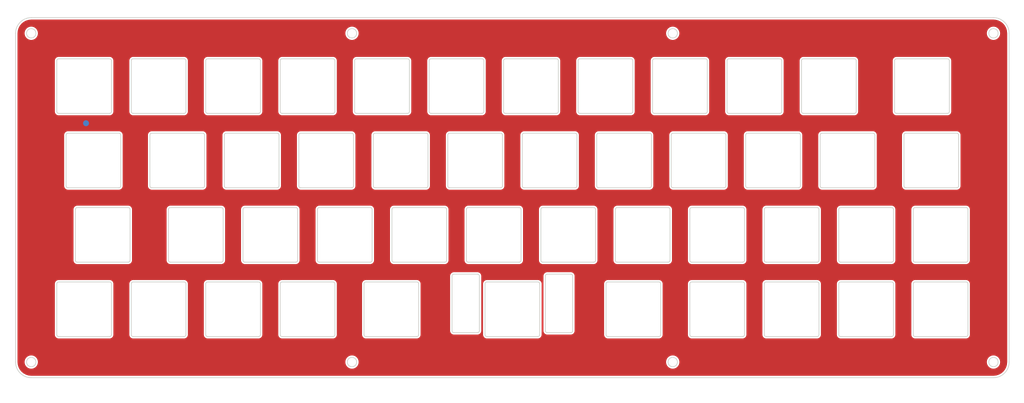
<source format=kicad_pcb>
(kicad_pcb (version 20171130) (host pcbnew "(5.0.0)")
  (layers (0 F.Cu signal) (31 B.Cu signal) (34 B.Paste user) (35 F.Paste user) (36 B.SilkS user) (37 F.SilkS user) (38 B.Mask user) (39 F.Mask user) (44 Edge.Cuts user))
  (net 0 "")
  (net 1 GND)
  (module locallib:Outline (layer F.Cu) (at 19.84375 112.7125)
    (fp_text reference J1)
    (fp_text value Outline)
    (fp_line (start 153.924 -43.688) (end 166.924 -43.688) (layer Edge.Cuts) (width 0.2))
    (fp_line (start 67.699 -11.138) (end 67.699 -24.138) (layer Edge.Cuts) (width 0.2))
    (fp_arc (start 68.199 -68.288) (end 67.699 -68.288) (angle -90) (layer Edge.Cuts) (width 0.2))
    (fp_line (start 67.699 -81.288) (end 67.699 -68.288) (layer Edge.Cuts) (width 0.2))
    (fp_arc (start 166.924 -43.188) (end 167.424 -43.188) (angle -90) (layer Edge.Cuts) (width 0.2))
    (fp_arc (start 185.974 -30.188) (end 185.974 -29.688) (angle -90) (layer Edge.Cuts) (width 0.2))
    (fp_arc (start 68.199 -11.138) (end 67.699 -11.138) (angle -90) (layer Edge.Cuts) (width 0.2))
    (fp_line (start 185.974 -29.688) (end 172.974 -29.688) (layer Edge.Cuts) (width 0.2))
    (fp_arc (start 172.974 -30.188) (end 172.474 -30.188) (angle -90) (layer Edge.Cuts) (width 0.2))
    (fp_line (start 172.474 -30.188) (end 172.474 -43.188) (layer Edge.Cuts) (width 0.2))
    (fp_line (start 81.199 -10.638) (end 68.199 -10.638) (layer Edge.Cuts) (width 0.2))
    (fp_arc (start 172.974 -43.188) (end 172.974 -43.688) (angle -90) (layer Edge.Cuts) (width 0.2))
    (fp_line (start 172.974 -43.688) (end 185.974 -43.688) (layer Edge.Cuts) (width 0.2))
    (fp_arc (start 185.974 -43.188) (end 186.474 -43.188) (angle -90) (layer Edge.Cuts) (width 0.2))
    (fp_line (start 186.474 -43.188) (end 186.474 -30.188) (layer Edge.Cuts) (width 0.2))
    (fp_circle (center 86.065667 -4.113) (end 84.865667 -4.113) (layer Edge.Cuts) (width 0.2))
    (fp_arc (start 81.199 -68.288) (end 81.199 -67.788) (angle -90) (layer Edge.Cuts) (width 0.2))
    (fp_line (start 68.199 -67.788) (end 81.199 -67.788) (layer Edge.Cuts) (width 0.2))
    (fp_line (start 81.699 -68.288) (end 81.699 -81.288) (layer Edge.Cuts) (width 0.2))
    (fp_arc (start 81.199 -81.288) (end 81.699 -81.288) (angle -90) (layer Edge.Cuts) (width 0.2))
    (fp_line (start 81.199 -81.788) (end 68.199 -81.788) (layer Edge.Cuts) (width 0.2))
    (fp_arc (start 68.199 -81.288) (end 68.199 -81.788) (angle -90) (layer Edge.Cuts) (width 0.2))
    (fp_arc (start 153.924 -43.188) (end 153.924 -43.688) (angle -90) (layer Edge.Cuts) (width 0.2))
    (fp_line (start 211.074 -43.688) (end 224.074 -43.688) (layer Edge.Cuts) (width 0.2))
    (fp_arc (start 211.074 -30.188) (end 210.574 -30.188) (angle -90) (layer Edge.Cuts) (width 0.2))
    (fp_arc (start 136.0245 -12.138) (end 135.5245 -12.138) (angle -90) (layer Edge.Cuts) (width 0.2))
    (fp_arc (start 142.0245 -26.138) (end 142.5245 -26.138) (angle -90) (layer Edge.Cuts) (width 0.2))
    (fp_line (start 142.5245 -26.138) (end 142.5245 -12.138) (layer Edge.Cuts) (width 0.2))
    (fp_line (start 210.574 -30.188) (end 210.574 -43.188) (layer Edge.Cuts) (width 0.2))
    (fp_arc (start 224.074 -43.188) (end 224.574 -43.188) (angle -90) (layer Edge.Cuts) (width 0.2))
    (fp_arc (start 224.074 -30.188) (end 224.074 -29.688) (angle -90) (layer Edge.Cuts) (width 0.2))
    (fp_line (start 224.074 -29.688) (end 211.074 -29.688) (layer Edge.Cuts) (width 0.2))
    (fp_line (start 224.574 -43.188) (end 224.574 -30.188) (layer Edge.Cuts) (width 0.2))
    (fp_line (start 135.5245 -12.138) (end 135.5245 -26.138) (layer Edge.Cuts) (width 0.2))
    (fp_line (start 136.0245 -26.638) (end 142.0245 -26.638) (layer Edge.Cuts) (width 0.2))
    (fp_arc (start 92.0115 -62.238) (end 92.0115 -62.738) (angle -90) (layer Edge.Cuts) (width 0.2))
    (fp_arc (start 136.0245 -26.138) (end 136.0245 -26.638) (angle -90) (layer Edge.Cuts) (width 0.2))
    (fp_line (start 92.0115 -62.738) (end 105.0115 -62.738) (layer Edge.Cuts) (width 0.2))
    (fp_arc (start 92.0115 -49.238) (end 91.5115 -49.238) (angle -90) (layer Edge.Cuts) (width 0.2))
    (fp_arc (start 211.074 -43.188) (end 211.074 -43.688) (angle -90) (layer Edge.Cuts) (width 0.2))
    (fp_line (start 105.5115 -62.238) (end 105.5115 -49.238) (layer Edge.Cuts) (width 0.2))
    (fp_arc (start 105.0115 -49.238) (end 105.0115 -48.738) (angle -90) (layer Edge.Cuts) (width 0.2))
    (fp_line (start 142.0245 -11.638) (end 136.0245 -11.638) (layer Edge.Cuts) (width 0.2))
    (fp_line (start 105.0115 -48.738) (end 92.0115 -48.738) (layer Edge.Cuts) (width 0.2))
    (fp_arc (start 142.0245 -12.138) (end 142.0245 -11.638) (angle -90) (layer Edge.Cuts) (width 0.2))
    (fp_arc (start 105.0115 -62.238) (end 105.5115 -62.238) (angle -90) (layer Edge.Cuts) (width 0.2))
    (fp_arc (start 11.049 -68.288) (end 10.549 -68.288) (angle -90) (layer Edge.Cuts) (width 0.2))
    (fp_arc (start 24.049 -81.288) (end 24.549 -81.288) (angle -90) (layer Edge.Cuts) (width 0.2))
    (fp_line (start 24.549 -81.288) (end 24.549 -68.288) (layer Edge.Cuts) (width 0.2))
    (fp_arc (start 100.249 -81.288) (end 100.749 -81.288) (angle -90) (layer Edge.Cuts) (width 0.2))
    (fp_line (start 10.549 -68.288) (end 10.549 -81.288) (layer Edge.Cuts) (width 0.2))
    (fp_line (start 100.249 -67.788) (end 87.249 -67.788) (layer Edge.Cuts) (width 0.2))
    (fp_arc (start 68.199 -24.138) (end 68.199 -24.638) (angle -90) (layer Edge.Cuts) (width 0.2))
    (fp_line (start 68.199 -24.638) (end 81.199 -24.638) (layer Edge.Cuts) (width 0.2))
    (fp_arc (start 11.049 -81.288) (end 11.049 -81.788) (angle -90) (layer Edge.Cuts) (width 0.2))
    (fp_arc (start 24.049 -68.288) (end 24.049 -67.788) (angle -90) (layer Edge.Cuts) (width 0.2))
    (fp_arc (start 81.199 -24.138) (end 81.699 -24.138) (angle -90) (layer Edge.Cuts) (width 0.2))
    (fp_line (start 115.324 -30.188) (end 115.324 -43.188) (layer Edge.Cuts) (width 0.2))
    (fp_line (start 81.699 -24.138) (end 81.699 -11.138) (layer Edge.Cuts) (width 0.2))
    (fp_arc (start 81.199 -11.138) (end 81.199 -10.638) (angle -90) (layer Edge.Cuts) (width 0.2))
    (fp_arc (start 87.249 -81.288) (end 87.249 -81.788) (angle -90) (layer Edge.Cuts) (width 0.2))
    (fp_line (start 24.049 -67.788) (end 11.049 -67.788) (layer Edge.Cuts) (width 0.2))
    (fp_line (start 100.749 -81.288) (end 100.749 -68.288) (layer Edge.Cuts) (width 0.2))
    (fp_arc (start 100.249 -68.288) (end 100.249 -67.788) (angle -90) (layer Edge.Cuts) (width 0.2))
    (fp_circle (center 86.065667 -88.313) (end 84.865667 -88.313) (layer Edge.Cuts) (width 0.2))
    (fp_line (start 11.049 -81.788) (end 24.049 -81.788) (layer Edge.Cuts) (width 0.2))
    (fp_line (start 86.749 -68.288) (end 86.749 -81.288) (layer Edge.Cuts) (width 0.2))
    (fp_arc (start 87.249 -68.288) (end 86.749 -68.288) (angle -90) (layer Edge.Cuts) (width 0.2))
    (fp_line (start 87.249 -81.788) (end 100.249 -81.788) (layer Edge.Cuts) (width 0.2))
    (fp_arc (start 28.8115 -30.188) (end 28.8115 -29.688) (angle -90) (layer Edge.Cuts) (width 0.2))
    (fp_line (start 206.3115 -62.738) (end 219.3115 -62.738) (layer Edge.Cuts) (width 0.2))
    (fp_line (start 29.3115 -43.188) (end 29.3115 -30.188) (layer Edge.Cuts) (width 0.2))
    (fp_line (start 219.3115 -48.738) (end 206.3115 -48.738) (layer Edge.Cuts) (width 0.2))
    (fp_line (start 15.3115 -30.188) (end 15.3115 -43.188) (layer Edge.Cuts) (width 0.2))
    (fp_line (start 91.5115 -49.238) (end 91.5115 -62.238) (layer Edge.Cuts) (width 0.2))
    (fp_arc (start 143.1115 -62.238) (end 143.6115 -62.238) (angle -90) (layer Edge.Cuts) (width 0.2))
    (fp_arc (start 130.1115 -62.238) (end 130.1115 -62.738) (angle -90) (layer Edge.Cuts) (width 0.2))
    (fp_line (start 143.6115 -62.238) (end 143.6115 -49.238) (layer Edge.Cuts) (width 0.2))
    (fp_arc (start 143.1115 -49.238) (end 143.1115 -48.738) (angle -90) (layer Edge.Cuts) (width 0.2))
    (fp_line (start 130.1115 -62.738) (end 143.1115 -62.738) (layer Edge.Cuts) (width 0.2))
    (fp_line (start 143.1115 -48.738) (end 130.1115 -48.738) (layer Edge.Cuts) (width 0.2))
    (fp_arc (start 130.1115 -49.238) (end 129.6115 -49.238) (angle -90) (layer Edge.Cuts) (width 0.2))
    (fp_line (start 129.6115 -49.238) (end 129.6115 -62.238) (layer Edge.Cuts) (width 0.2))
    (fp_arc (start 15.8115 -43.188) (end 15.8115 -43.688) (angle -90) (layer Edge.Cuts) (width 0.2))
    (fp_line (start 15.8115 -43.688) (end 28.8115 -43.688) (layer Edge.Cuts) (width 0.2))
    (fp_arc (start 28.8115 -43.188) (end 29.3115 -43.188) (angle -90) (layer Edge.Cuts) (width 0.2))
    (fp_line (start 219.8115 -62.238) (end 219.8115 -49.238) (layer Edge.Cuts) (width 0.2))
    (fp_line (start 28.8115 -29.688) (end 15.8115 -29.688) (layer Edge.Cuts) (width 0.2))
    (fp_arc (start 206.3115 -62.238) (end 206.3115 -62.738) (angle -90) (layer Edge.Cuts) (width 0.2))
    (fp_arc (start 219.3115 -62.238) (end 219.8115 -62.238) (angle -90) (layer Edge.Cuts) (width 0.2))
    (fp_arc (start 219.3115 -49.238) (end 219.3115 -48.738) (angle -90) (layer Edge.Cuts) (width 0.2))
    (fp_arc (start 15.8115 -30.188) (end 15.3115 -30.188) (angle -90) (layer Edge.Cuts) (width 0.2))
    (fp_arc (start 201.549 -68.288) (end 201.049 -68.288) (angle -90) (layer Edge.Cuts) (width 0.2))
    (fp_line (start 29.599 -68.288) (end 29.599 -81.288) (layer Edge.Cuts) (width 0.2))
    (fp_line (start 172.974 -24.638) (end 185.974 -24.638) (layer Edge.Cuts) (width 0.2))
    (fp_arc (start 47.8615 -49.238) (end 47.8615 -48.738) (angle -90) (layer Edge.Cuts) (width 0.2))
    (fp_arc (start 34.8615 -49.238) (end 34.3615 -49.238) (angle -90) (layer Edge.Cuts) (width 0.2))
    (fp_line (start 125.349 -81.788) (end 138.349 -81.788) (layer Edge.Cuts) (width 0.2))
    (fp_line (start 43.599 -81.288) (end 43.599 -68.288) (layer Edge.Cuts) (width 0.2))
    (fp_line (start 30.099 -81.788) (end 43.099 -81.788) (layer Edge.Cuts) (width 0.2))
    (fp_arc (start 201.549 -81.288) (end 201.549 -81.788) (angle -90) (layer Edge.Cuts) (width 0.2))
    (fp_arc (start 125.349 -81.288) (end 125.349 -81.788) (angle -90) (layer Edge.Cuts) (width 0.2))
    (fp_arc (start 30.099 -68.288) (end 29.599 -68.288) (angle -90) (layer Edge.Cuts) (width 0.2))
    (fp_arc (start 195.499 -81.288) (end 195.999 -81.288) (angle -90) (layer Edge.Cuts) (width 0.2))
    (fp_line (start 201.549 -81.788) (end 214.549 -81.788) (layer Edge.Cuts) (width 0.2))
    (fp_line (start 138.849 -81.288) (end 138.849 -68.288) (layer Edge.Cuts) (width 0.2))
    (fp_line (start 214.549 -67.788) (end 201.549 -67.788) (layer Edge.Cuts) (width 0.2))
    (fp_line (start 195.999 -81.288) (end 195.999 -68.288) (layer Edge.Cuts) (width 0.2))
    (fp_arc (start 182.499 -68.288) (end 181.999 -68.288) (angle -90) (layer Edge.Cuts) (width 0.2))
    (fp_line (start 43.099 -67.788) (end 30.099 -67.788) (layer Edge.Cuts) (width 0.2))
    (fp_arc (start 185.974 -24.138) (end 186.474 -24.138) (angle -90) (layer Edge.Cuts) (width 0.2))
    (fp_line (start 195.499 -67.788) (end 182.499 -67.788) (layer Edge.Cuts) (width 0.2))
    (fp_arc (start 138.349 -68.288) (end 138.349 -67.788) (angle -90) (layer Edge.Cuts) (width 0.2))
    (fp_arc (start 43.099 -81.288) (end 43.599 -81.288) (angle -90) (layer Edge.Cuts) (width 0.2))
    (fp_arc (start 214.549 -68.288) (end 214.549 -67.788) (angle -90) (layer Edge.Cuts) (width 0.2))
    (fp_line (start 186.474 -24.138) (end 186.474 -11.138) (layer Edge.Cuts) (width 0.2))
    (fp_line (start 182.499 -81.788) (end 195.499 -81.788) (layer Edge.Cuts) (width 0.2))
    (fp_line (start 124.849 -68.288) (end 124.849 -81.288) (layer Edge.Cuts) (width 0.2))
    (fp_arc (start 30.099 -81.288) (end 30.099 -81.788) (angle -90) (layer Edge.Cuts) (width 0.2))
    (fp_arc (start 43.099 -68.288) (end 43.099 -67.788) (angle -90) (layer Edge.Cuts) (width 0.2))
    (fp_arc (start 172.974 -11.138) (end 172.474 -11.138) (angle -90) (layer Edge.Cuts) (width 0.2))
    (fp_line (start 138.349 -67.788) (end 125.349 -67.788) (layer Edge.Cuts) (width 0.2))
    (fp_arc (start 34.8615 -62.238) (end 34.8615 -62.738) (angle -90) (layer Edge.Cuts) (width 0.2))
    (fp_arc (start 214.549 -81.288) (end 215.049 -81.288) (angle -90) (layer Edge.Cuts) (width 0.2))
    (fp_line (start 48.3615 -62.238) (end 48.3615 -49.238) (layer Edge.Cuts) (width 0.2))
    (fp_arc (start 185.974 -11.138) (end 185.974 -10.638) (angle -90) (layer Edge.Cuts) (width 0.2))
    (fp_line (start 185.974 -10.638) (end 172.974 -10.638) (layer Edge.Cuts) (width 0.2))
    (fp_line (start 172.474 -11.138) (end 172.474 -24.138) (layer Edge.Cuts) (width 0.2))
    (fp_line (start 47.8615 -48.738) (end 34.8615 -48.738) (layer Edge.Cuts) (width 0.2))
    (fp_line (start 34.8615 -62.738) (end 47.8615 -62.738) (layer Edge.Cuts) (width 0.2))
    (fp_line (start 215.049 -81.288) (end 215.049 -68.288) (layer Edge.Cuts) (width 0.2))
    (fp_line (start 201.049 -68.288) (end 201.049 -81.288) (layer Edge.Cuts) (width 0.2))
    (fp_arc (start 172.974 -24.138) (end 172.974 -24.638) (angle -90) (layer Edge.Cuts) (width 0.2))
    (fp_line (start 181.999 -68.288) (end 181.999 -81.288) (layer Edge.Cuts) (width 0.2))
    (fp_arc (start 138.349 -81.288) (end 138.849 -81.288) (angle -90) (layer Edge.Cuts) (width 0.2))
    (fp_arc (start 47.8615 -62.238) (end 48.3615 -62.238) (angle -90) (layer Edge.Cuts) (width 0.2))
    (fp_arc (start 195.499 -68.288) (end 195.499 -67.788) (angle -90) (layer Edge.Cuts) (width 0.2))
    (fp_arc (start 125.349 -68.288) (end 124.849 -68.288) (angle -90) (layer Edge.Cuts) (width 0.2))
    (fp_line (start 62.649 -81.288) (end 62.649 -68.288) (layer Edge.Cuts) (width 0.2))
    (fp_line (start 62.149 -67.788) (end 49.149 -67.788) (layer Edge.Cuts) (width 0.2))
    (fp_arc (start 238.3615 -81.288) (end 238.8615 -81.288) (angle -90) (layer Edge.Cuts) (width 0.2))
    (fp_line (start 224.8615 -68.288) (end 224.8615 -81.288) (layer Edge.Cuts) (width 0.2))
    (fp_arc (start 238.3615 -68.288) (end 238.3615 -67.788) (angle -90) (layer Edge.Cuts) (width 0.2))
    (fp_arc (start 49.149 -81.288) (end 49.149 -81.788) (angle -90) (layer Edge.Cuts) (width 0.2))
    (fp_line (start 49.149 -81.788) (end 62.149 -81.788) (layer Edge.Cuts) (width 0.2))
    (fp_arc (start 62.149 -81.288) (end 62.649 -81.288) (angle -90) (layer Edge.Cuts) (width 0.2))
    (fp_line (start 48.649 -68.288) (end 48.649 -81.288) (layer Edge.Cuts) (width 0.2))
    (fp_line (start 238.3615 -67.788) (end 225.3615 -67.788) (layer Edge.Cuts) (width 0.2))
    (fp_arc (start 225.3615 -68.288) (end 224.8615 -68.288) (angle -90) (layer Edge.Cuts) (width 0.2))
    (fp_arc (start 115.824 -43.188) (end 115.824 -43.688) (angle -90) (layer Edge.Cuts) (width 0.2))
    (fp_line (start 115.824 -43.688) (end 128.824 -43.688) (layer Edge.Cuts) (width 0.2))
    (fp_arc (start 128.824 -43.188) (end 129.324 -43.188) (angle -90) (layer Edge.Cuts) (width 0.2))
    (fp_line (start 129.324 -43.188) (end 129.324 -30.188) (layer Edge.Cuts) (width 0.2))
    (fp_arc (start 128.824 -30.188) (end 128.824 -29.688) (angle -90) (layer Edge.Cuts) (width 0.2))
    (fp_arc (start 49.149 -68.288) (end 48.649 -68.288) (angle -90) (layer Edge.Cuts) (width 0.2))
    (fp_line (start 238.8615 -81.288) (end 238.8615 -68.288) (layer Edge.Cuts) (width 0.2))
    (fp_arc (start 225.3615 -81.288) (end 225.3615 -81.788) (angle -90) (layer Edge.Cuts) (width 0.2))
    (fp_line (start 128.824 -29.688) (end 115.824 -29.688) (layer Edge.Cuts) (width 0.2))
    (fp_line (start 225.3615 -81.788) (end 238.3615 -81.788) (layer Edge.Cuts) (width 0.2))
    (fp_arc (start 115.824 -30.188) (end 115.324 -30.188) (angle -90) (layer Edge.Cuts) (width 0.2))
    (fp_arc (start 62.149 -68.288) (end 62.149 -67.788) (angle -90) (layer Edge.Cuts) (width 0.2))
    (fp_circle (center 168.107333 -4.113) (end 166.907333 -4.113) (layer Edge.Cuts) (width 0.2))
    (fp_arc (start 4.024 -4.113) (end 0.024 -4.113) (angle -90) (layer Edge.Cuts) (width 0.2))
    (fp_arc (start 134.874 -30.188) (end 134.374 -30.188) (angle -90) (layer Edge.Cuts) (width 0.2))
    (fp_line (start 250.149 -0.113) (end 4.024 -0.113) (layer Edge.Cuts) (width 0.2))
    (fp_arc (start 147.874 -43.188) (end 148.374 -43.188) (angle -90) (layer Edge.Cuts) (width 0.2))
    (fp_line (start 148.374 -43.188) (end 148.374 -30.188) (layer Edge.Cuts) (width 0.2))
    (fp_line (start 4.024 -92.313) (end 250.149 -92.313) (layer Edge.Cuts) (width 0.2))
    (fp_line (start 0.024 -4.113) (end 0.024 -88.313) (layer Edge.Cuts) (width 0.2))
    (fp_arc (start 147.874 -30.188) (end 147.874 -29.688) (angle -90) (layer Edge.Cuts) (width 0.2))
    (fp_line (start 134.374 -30.188) (end 134.374 -43.188) (layer Edge.Cuts) (width 0.2))
    (fp_line (start 254.149 -88.313) (end 254.149 -4.113) (layer Edge.Cuts) (width 0.2))
    (fp_circle (center 250.149 -88.313) (end 248.949 -88.313) (layer Edge.Cuts) (width 0.2))
    (fp_arc (start 134.874 -43.188) (end 134.874 -43.688) (angle -90) (layer Edge.Cuts) (width 0.2))
    (fp_arc (start 4.024 -88.313) (end 4.024 -92.313) (angle -90) (layer Edge.Cuts) (width 0.2))
    (fp_arc (start 250.149 -88.313) (end 254.149 -88.313) (angle -90) (layer Edge.Cuts) (width 0.2))
    (fp_line (start 147.874 -29.688) (end 134.874 -29.688) (layer Edge.Cuts) (width 0.2))
    (fp_line (start 134.874 -43.688) (end 147.874 -43.688) (layer Edge.Cuts) (width 0.2))
    (fp_arc (start 250.149 -4.113) (end 250.149 -0.113) (angle -90) (layer Edge.Cuts) (width 0.2))
    (fp_line (start 166.924 -29.688) (end 153.924 -29.688) (layer Edge.Cuts) (width 0.2))
    (fp_arc (start 227.74275 -62.238) (end 227.74275 -62.738) (angle -90) (layer Edge.Cuts) (width 0.2))
    (fp_arc (start 162.1615 -49.238) (end 162.1615 -48.738) (angle -90) (layer Edge.Cuts) (width 0.2))
    (fp_line (start 162.1615 -48.738) (end 149.1615 -48.738) (layer Edge.Cuts) (width 0.2))
    (fp_line (start 227.24275 -62.238) (end 227.24275 -49.238) (layer Edge.Cuts) (width 0.2))
    (fp_arc (start 149.1615 -49.238) (end 148.6615 -49.238) (angle -90) (layer Edge.Cuts) (width 0.2))
    (fp_line (start 148.6615 -49.238) (end 148.6615 -62.238) (layer Edge.Cuts) (width 0.2))
    (fp_line (start 240.74275 -62.738) (end 227.74275 -62.738) (layer Edge.Cuts) (width 0.2))
    (fp_line (start 162.6615 -62.238) (end 162.6615 -49.238) (layer Edge.Cuts) (width 0.2))
    (fp_arc (start 106.299 -81.288) (end 106.299 -81.788) (angle -90) (layer Edge.Cuts) (width 0.2))
    (fp_line (start 106.299 -81.788) (end 119.299 -81.788) (layer Edge.Cuts) (width 0.2))
    (fp_line (start 167.424 -43.188) (end 167.424 -30.188) (layer Edge.Cuts) (width 0.2))
    (fp_arc (start 240.74275 -49.238) (end 240.74275 -48.738) (angle -90) (layer Edge.Cuts) (width 0.2))
    (fp_line (start 241.24275 -49.238) (end 241.24275 -62.238) (layer Edge.Cuts) (width 0.2))
    (fp_line (start 153.424 -30.188) (end 153.424 -43.188) (layer Edge.Cuts) (width 0.2))
    (fp_arc (start 227.74275 -49.238) (end 227.24275 -49.238) (angle -90) (layer Edge.Cuts) (width 0.2))
    (fp_line (start 227.74275 -48.738) (end 240.74275 -48.738) (layer Edge.Cuts) (width 0.2))
    (fp_arc (start 240.74275 -62.238) (end 241.24275 -62.238) (angle -90) (layer Edge.Cuts) (width 0.2))
    (fp_arc (start 153.924 -30.188) (end 153.424 -30.188) (angle -90) (layer Edge.Cuts) (width 0.2))
    (fp_arc (start 149.1615 -62.238) (end 149.1615 -62.738) (angle -90) (layer Edge.Cuts) (width 0.2))
    (fp_arc (start 166.924 -30.188) (end 166.924 -29.688) (angle -90) (layer Edge.Cuts) (width 0.2))
    (fp_line (start 149.1615 -62.738) (end 162.1615 -62.738) (layer Edge.Cuts) (width 0.2))
    (fp_arc (start 162.1615 -62.238) (end 162.6615 -62.238) (angle -90) (layer Edge.Cuts) (width 0.2))
    (fp_line (start 118.1485 -11.638) (end 112.1485 -11.638) (layer Edge.Cuts) (width 0.2))
    (fp_arc (start 205.024 -11.138) (end 205.024 -10.638) (angle -90) (layer Edge.Cuts) (width 0.2))
    (fp_line (start 205.024 -10.638) (end 192.024 -10.638) (layer Edge.Cuts) (width 0.2))
    (fp_arc (start 192.024 -11.138) (end 191.524 -11.138) (angle -90) (layer Edge.Cuts) (width 0.2))
    (fp_line (start 191.524 -11.138) (end 191.524 -24.138) (layer Edge.Cuts) (width 0.2))
    (fp_line (start 200.2615 -48.738) (end 187.2615 -48.738) (layer Edge.Cuts) (width 0.2))
    (fp_line (start 39.624 -43.688) (end 52.624 -43.688) (layer Edge.Cuts) (width 0.2))
    (fp_arc (start 49.149 -24.138) (end 49.149 -24.638) (angle -90) (layer Edge.Cuts) (width 0.2))
    (fp_line (start 49.149 -24.638) (end 62.149 -24.638) (layer Edge.Cuts) (width 0.2))
    (fp_arc (start 62.149 -24.138) (end 62.649 -24.138) (angle -90) (layer Edge.Cuts) (width 0.2))
    (fp_arc (start 187.2615 -49.238) (end 186.7615 -49.238) (angle -90) (layer Edge.Cuts) (width 0.2))
    (fp_line (start 118.6485 -26.138) (end 118.6485 -12.138) (layer Edge.Cuts) (width 0.2))
    (fp_line (start 181.7115 -62.238) (end 181.7115 -49.238) (layer Edge.Cuts) (width 0.2))
    (fp_line (start 62.649 -24.138) (end 62.649 -11.138) (layer Edge.Cuts) (width 0.2))
    (fp_arc (start 62.149 -11.138) (end 62.149 -10.638) (angle -90) (layer Edge.Cuts) (width 0.2))
    (fp_arc (start 39.624 -30.188) (end 39.124 -30.188) (angle -90) (layer Edge.Cuts) (width 0.2))
    (fp_line (start 192.024 -24.638) (end 205.024 -24.638) (layer Edge.Cuts) (width 0.2))
    (fp_line (start 62.149 -10.638) (end 49.149 -10.638) (layer Edge.Cuts) (width 0.2))
    (fp_arc (start 49.149 -11.138) (end 48.649 -11.138) (angle -90) (layer Edge.Cuts) (width 0.2))
    (fp_arc (start 118.1485 -12.138) (end 118.1485 -11.638) (angle -90) (layer Edge.Cuts) (width 0.2))
    (fp_line (start 48.649 -11.138) (end 48.649 -24.138) (layer Edge.Cuts) (width 0.2))
    (fp_arc (start 182.499 -81.288) (end 182.499 -81.788) (angle -90) (layer Edge.Cuts) (width 0.2))
    (fp_line (start 187.2615 -62.738) (end 200.2615 -62.738) (layer Edge.Cuts) (width 0.2))
    (fp_arc (start 39.624 -43.188) (end 39.624 -43.688) (angle -90) (layer Edge.Cuts) (width 0.2))
    (fp_arc (start 112.1485 -12.138) (end 111.6485 -12.138) (angle -90) (layer Edge.Cuts) (width 0.2))
    (fp_arc (start 112.1485 -26.138) (end 112.1485 -26.638) (angle -90) (layer Edge.Cuts) (width 0.2))
    (fp_line (start 112.1485 -26.638) (end 118.1485 -26.638) (layer Edge.Cuts) (width 0.2))
    (fp_arc (start 168.2115 -62.238) (end 168.2115 -62.738) (angle -90) (layer Edge.Cuts) (width 0.2))
    (fp_line (start 168.2115 -62.738) (end 181.2115 -62.738) (layer Edge.Cuts) (width 0.2))
    (fp_arc (start 118.1485 -26.138) (end 118.6485 -26.138) (angle -90) (layer Edge.Cuts) (width 0.2))
    (fp_arc (start 181.2115 -62.238) (end 181.7115 -62.238) (angle -90) (layer Edge.Cuts) (width 0.2))
    (fp_line (start 186.7615 -49.238) (end 186.7615 -62.238) (layer Edge.Cuts) (width 0.2))
    (fp_arc (start 52.624 -30.188) (end 52.624 -29.688) (angle -90) (layer Edge.Cuts) (width 0.2))
    (fp_line (start 167.7115 -49.238) (end 167.7115 -62.238) (layer Edge.Cuts) (width 0.2))
    (fp_line (start 39.124 -30.188) (end 39.124 -43.188) (layer Edge.Cuts) (width 0.2))
    (fp_arc (start 192.024 -24.138) (end 192.024 -24.638) (angle -90) (layer Edge.Cuts) (width 0.2))
    (fp_line (start 205.524 -24.138) (end 205.524 -11.138) (layer Edge.Cuts) (width 0.2))
    (fp_line (start 53.124 -43.188) (end 53.124 -30.188) (layer Edge.Cuts) (width 0.2))
    (fp_arc (start 187.2615 -62.238) (end 187.2615 -62.738) (angle -90) (layer Edge.Cuts) (width 0.2))
    (fp_line (start 111.6485 -12.138) (end 111.6485 -26.138) (layer Edge.Cuts) (width 0.2))
    (fp_line (start 52.624 -29.688) (end 39.624 -29.688) (layer Edge.Cuts) (width 0.2))
    (fp_arc (start 181.2115 -49.238) (end 181.2115 -48.738) (angle -90) (layer Edge.Cuts) (width 0.2))
    (fp_line (start 181.2115 -48.738) (end 168.2115 -48.738) (layer Edge.Cuts) (width 0.2))
    (fp_arc (start 168.2115 -49.238) (end 167.7115 -49.238) (angle -90) (layer Edge.Cuts) (width 0.2))
    (fp_arc (start 52.624 -43.188) (end 53.124 -43.188) (angle -90) (layer Edge.Cuts) (width 0.2))
    (fp_arc (start 205.024 -24.138) (end 205.524 -24.138) (angle -90) (layer Edge.Cuts) (width 0.2))
    (fp_arc (start 85.9615 -62.238) (end 86.4615 -62.238) (angle -90) (layer Edge.Cuts) (width 0.2))
    (fp_arc (start 90.724 -43.188) (end 91.224 -43.188) (angle -90) (layer Edge.Cuts) (width 0.2))
    (fp_arc (start 71.674 -43.188) (end 72.174 -43.188) (angle -90) (layer Edge.Cuts) (width 0.2))
    (fp_line (start 90.724 -29.688) (end 77.724 -29.688) (layer Edge.Cuts) (width 0.2))
    (fp_line (start 29.599 -24.138) (end 29.599 -11.138) (layer Edge.Cuts) (width 0.2))
    (fp_line (start 192.024 -43.688) (end 205.024 -43.688) (layer Edge.Cuts) (width 0.2))
    (fp_line (start 102.63025 -10.638) (end 89.63025 -10.638) (layer Edge.Cuts) (width 0.2))
    (fp_line (start 103.13025 -24.138) (end 103.13025 -11.138) (layer Edge.Cuts) (width 0.2))
    (fp_arc (start 192.024 -30.188) (end 191.524 -30.188) (angle -90) (layer Edge.Cuts) (width 0.2))
    (fp_line (start 30.099 -10.638) (end 43.099 -10.638) (layer Edge.Cuts) (width 0.2))
    (fp_line (start 43.599 -11.138) (end 43.599 -24.138) (layer Edge.Cuts) (width 0.2))
    (fp_line (start 77.724 -43.688) (end 90.724 -43.688) (layer Edge.Cuts) (width 0.2))
    (fp_line (start 91.224 -43.188) (end 91.224 -30.188) (layer Edge.Cuts) (width 0.2))
    (fp_line (start 58.674 -43.688) (end 71.674 -43.688) (layer Edge.Cuts) (width 0.2))
    (fp_arc (start 71.674 -30.188) (end 71.674 -29.688) (angle -90) (layer Edge.Cuts) (width 0.2))
    (fp_arc (start 90.724 -30.188) (end 90.724 -29.688) (angle -90) (layer Edge.Cuts) (width 0.2))
    (fp_line (start 89.13025 -11.138) (end 89.13025 -24.138) (layer Edge.Cuts) (width 0.2))
    (fp_circle (center 4.024 -88.313) (end 2.824 -88.313) (layer Edge.Cuts) (width 0.2))
    (fp_arc (start 192.024 -43.188) (end 192.024 -43.688) (angle -90) (layer Edge.Cuts) (width 0.2))
    (fp_line (start 34.3615 -49.238) (end 34.3615 -62.238) (layer Edge.Cuts) (width 0.2))
    (fp_arc (start 102.63025 -11.138) (end 102.63025 -10.638) (angle -90) (layer Edge.Cuts) (width 0.2))
    (fp_line (start 205.524 -43.188) (end 205.524 -30.188) (layer Edge.Cuts) (width 0.2))
    (fp_line (start 191.524 -30.188) (end 191.524 -43.188) (layer Edge.Cuts) (width 0.2))
    (fp_line (start 43.099 -24.638) (end 30.099 -24.638) (layer Edge.Cuts) (width 0.2))
    (fp_arc (start 102.63025 -24.138) (end 103.13025 -24.138) (angle -90) (layer Edge.Cuts) (width 0.2))
    (fp_line (start 205.024 -29.688) (end 192.024 -29.688) (layer Edge.Cuts) (width 0.2))
    (fp_arc (start 89.63025 -11.138) (end 89.13025 -11.138) (angle -90) (layer Edge.Cuts) (width 0.2))
    (fp_arc (start 30.099 -24.138) (end 30.099 -24.638) (angle -90) (layer Edge.Cuts) (width 0.2))
    (fp_arc (start 43.099 -24.138) (end 43.599 -24.138) (angle -90) (layer Edge.Cuts) (width 0.2))
    (fp_arc (start 77.724 -43.188) (end 77.724 -43.688) (angle -90) (layer Edge.Cuts) (width 0.2))
    (fp_arc (start 77.724 -30.188) (end 77.224 -30.188) (angle -90) (layer Edge.Cuts) (width 0.2))
    (fp_line (start 77.224 -30.188) (end 77.224 -43.188) (layer Edge.Cuts) (width 0.2))
    (fp_arc (start 58.674 -43.188) (end 58.674 -43.688) (angle -90) (layer Edge.Cuts) (width 0.2))
    (fp_line (start 72.174 -43.188) (end 72.174 -30.188) (layer Edge.Cuts) (width 0.2))
    (fp_line (start 71.674 -29.688) (end 58.674 -29.688) (layer Edge.Cuts) (width 0.2))
    (fp_line (start 89.63025 -24.638) (end 102.63025 -24.638) (layer Edge.Cuts) (width 0.2))
    (fp_arc (start 205.024 -30.188) (end 205.024 -29.688) (angle -90) (layer Edge.Cuts) (width 0.2))
    (fp_circle (center 4.024 -4.113) (end 2.824 -4.113) (layer Edge.Cuts) (width 0.2))
    (fp_arc (start 58.674 -30.188) (end 58.174 -30.188) (angle -90) (layer Edge.Cuts) (width 0.2))
    (fp_arc (start 43.099 -11.138) (end 43.099 -10.638) (angle -90) (layer Edge.Cuts) (width 0.2))
    (fp_line (start 58.174 -30.188) (end 58.174 -43.188) (layer Edge.Cuts) (width 0.2))
    (fp_arc (start 205.024 -43.188) (end 205.524 -43.188) (angle -90) (layer Edge.Cuts) (width 0.2))
    (fp_arc (start 30.099 -11.138) (end 29.599 -11.138) (angle -90) (layer Edge.Cuts) (width 0.2))
    (fp_arc (start 89.63025 -24.138) (end 89.63025 -24.638) (angle -90) (layer Edge.Cuts) (width 0.2))
    (fp_arc (start 72.9615 -62.238) (end 72.9615 -62.738) (angle -90) (layer Edge.Cuts) (width 0.2))
    (fp_line (start 72.9615 -62.738) (end 85.9615 -62.738) (layer Edge.Cuts) (width 0.2))
    (fp_line (start 200.7615 -62.238) (end 200.7615 -49.238) (layer Edge.Cuts) (width 0.2))
    (fp_arc (start 200.2615 -49.238) (end 200.2615 -48.738) (angle -90) (layer Edge.Cuts) (width 0.2))
    (fp_line (start 26.43025 -62.738) (end 13.43025 -62.738) (layer Edge.Cuts) (width 0.2))
    (fp_arc (start 206.3115 -49.238) (end 205.8115 -49.238) (angle -90) (layer Edge.Cuts) (width 0.2))
    (fp_line (start 53.4115 -49.238) (end 53.4115 -62.238) (layer Edge.Cuts) (width 0.2))
    (fp_line (start 230.124 -24.638) (end 243.124 -24.638) (layer Edge.Cuts) (width 0.2))
    (fp_arc (start 53.9115 -49.238) (end 53.4115 -49.238) (angle -90) (layer Edge.Cuts) (width 0.2))
    (fp_line (start 230.124 -43.688) (end 243.124 -43.688) (layer Edge.Cuts) (width 0.2))
    (fp_line (start 243.124 -29.688) (end 230.124 -29.688) (layer Edge.Cuts) (width 0.2))
    (fp_arc (start 66.9115 -49.238) (end 66.9115 -48.738) (angle -90) (layer Edge.Cuts) (width 0.2))
    (fp_line (start 53.9115 -62.738) (end 66.9115 -62.738) (layer Edge.Cuts) (width 0.2))
    (fp_line (start 66.9115 -48.738) (end 53.9115 -48.738) (layer Edge.Cuts) (width 0.2))
    (fp_line (start 243.124 -10.638) (end 230.124 -10.638) (layer Edge.Cuts) (width 0.2))
    (fp_line (start 26.93025 -49.238) (end 26.93025 -62.238) (layer Edge.Cuts) (width 0.2))
    (fp_arc (start 230.124 -30.188) (end 229.624 -30.188) (angle -90) (layer Edge.Cuts) (width 0.2))
    (fp_arc (start 66.9115 -62.238) (end 67.4115 -62.238) (angle -90) (layer Edge.Cuts) (width 0.2))
    (fp_arc (start 230.124 -43.188) (end 230.124 -43.688) (angle -90) (layer Edge.Cuts) (width 0.2))
    (fp_line (start 13.43025 -48.738) (end 26.43025 -48.738) (layer Edge.Cuts) (width 0.2))
    (fp_arc (start 243.124 -30.188) (end 243.124 -29.688) (angle -90) (layer Edge.Cuts) (width 0.2))
    (fp_arc (start 26.43025 -49.238) (end 26.43025 -48.738) (angle -90) (layer Edge.Cuts) (width 0.2))
    (fp_arc (start 26.43025 -62.238) (end 26.93025 -62.238) (angle -90) (layer Edge.Cuts) (width 0.2))
    (fp_line (start 243.624 -43.188) (end 243.624 -30.188) (layer Edge.Cuts) (width 0.2))
    (fp_arc (start 243.124 -11.138) (end 243.124 -10.638) (angle -90) (layer Edge.Cuts) (width 0.2))
    (fp_line (start 67.4115 -62.238) (end 67.4115 -49.238) (layer Edge.Cuts) (width 0.2))
    (fp_line (start 229.624 -30.188) (end 229.624 -43.188) (layer Edge.Cuts) (width 0.2))
    (fp_circle (center 168.107333 -88.313) (end 166.907333 -88.313) (layer Edge.Cuts) (width 0.2))
    (fp_line (start 12.93025 -62.238) (end 12.93025 -49.238) (layer Edge.Cuts) (width 0.2))
    (fp_arc (start 157.399 -81.288) (end 157.899 -81.288) (angle -90) (layer Edge.Cuts) (width 0.2))
    (fp_arc (start 230.124 -11.138) (end 229.624 -11.138) (angle -90) (layer Edge.Cuts) (width 0.2))
    (fp_arc (start 243.124 -43.188) (end 243.624 -43.188) (angle -90) (layer Edge.Cuts) (width 0.2))
    (fp_line (start 229.624 -11.138) (end 229.624 -24.138) (layer Edge.Cuts) (width 0.2))
    (fp_line (start 205.8115 -49.238) (end 205.8115 -62.238) (layer Edge.Cuts) (width 0.2))
    (fp_arc (start 13.43025 -62.238) (end 13.43025 -62.738) (angle -90) (layer Edge.Cuts) (width 0.2))
    (fp_line (start 157.899 -81.288) (end 157.899 -68.288) (layer Edge.Cuts) (width 0.2))
    (fp_arc (start 157.399 -68.288) (end 157.399 -67.788) (angle -90) (layer Edge.Cuts) (width 0.2))
    (fp_arc (start 53.9115 -62.238) (end 53.9115 -62.738) (angle -90) (layer Edge.Cuts) (width 0.2))
    (fp_arc (start 230.124 -24.138) (end 230.124 -24.638) (angle -90) (layer Edge.Cuts) (width 0.2))
    (fp_line (start 157.399 -67.788) (end 144.399 -67.788) (layer Edge.Cuts) (width 0.2))
    (fp_arc (start 13.43025 -49.238) (end 12.93025 -49.238) (angle -90) (layer Edge.Cuts) (width 0.2))
    (fp_arc (start 144.399 -68.288) (end 143.899 -68.288) (angle -90) (layer Edge.Cuts) (width 0.2))
    (fp_line (start 143.899 -68.288) (end 143.899 -81.288) (layer Edge.Cuts) (width 0.2))
    (fp_arc (start 144.399 -81.288) (end 144.399 -81.788) (angle -90) (layer Edge.Cuts) (width 0.2))
    (fp_line (start 144.399 -81.788) (end 157.399 -81.788) (layer Edge.Cuts) (width 0.2))
    (fp_line (start 243.624 -24.138) (end 243.624 -11.138) (layer Edge.Cuts) (width 0.2))
    (fp_arc (start 243.124 -24.138) (end 243.624 -24.138) (angle -90) (layer Edge.Cuts) (width 0.2))
    (fp_arc (start 200.2615 -62.238) (end 200.7615 -62.238) (angle -90) (layer Edge.Cuts) (width 0.2))
    (fp_line (start 133.5865 -10.638) (end 120.5865 -10.638) (layer Edge.Cuts) (width 0.2))
    (fp_arc (start 24.049 -24.138) (end 24.549 -24.138) (angle -90) (layer Edge.Cuts) (width 0.2))
    (fp_line (start 86.4615 -62.238) (end 86.4615 -49.238) (layer Edge.Cuts) (width 0.2))
    (fp_arc (start 163.449 -68.288) (end 162.949 -68.288) (angle -90) (layer Edge.Cuts) (width 0.2))
    (fp_arc (start 111.0615 -62.238) (end 111.0615 -62.738) (angle -90) (layer Edge.Cuts) (width 0.2))
    (fp_line (start 24.049 -10.638) (end 11.049 -10.638) (layer Edge.Cuts) (width 0.2))
    (fp_line (start 11.049 -24.638) (end 24.049 -24.638) (layer Edge.Cuts) (width 0.2))
    (fp_line (start 72.4615 -49.238) (end 72.4615 -62.238) (layer Edge.Cuts) (width 0.2))
    (fp_line (start 176.449 -67.788) (end 163.449 -67.788) (layer Edge.Cuts) (width 0.2))
    (fp_line (start 151.04275 -11.138) (end 151.04275 -24.138) (layer Edge.Cuts) (width 0.2))
    (fp_line (start 111.0615 -62.738) (end 124.0615 -62.738) (layer Edge.Cuts) (width 0.2))
    (fp_line (start 24.549 -24.138) (end 24.549 -11.138) (layer Edge.Cuts) (width 0.2))
    (fp_arc (start 133.5865 -24.138) (end 134.0865 -24.138) (angle -90) (layer Edge.Cuts) (width 0.2))
    (fp_arc (start 111.0615 -49.238) (end 110.5615 -49.238) (angle -90) (layer Edge.Cuts) (width 0.2))
    (fp_line (start 151.54275 -24.638) (end 164.54275 -24.638) (layer Edge.Cuts) (width 0.2))
    (fp_arc (start 72.9615 -49.238) (end 72.4615 -49.238) (angle -90) (layer Edge.Cuts) (width 0.2))
    (fp_arc (start 176.449 -81.288) (end 176.949 -81.288) (angle -90) (layer Edge.Cuts) (width 0.2))
    (fp_arc (start 124.0615 -62.238) (end 124.5615 -62.238) (angle -90) (layer Edge.Cuts) (width 0.2))
    (fp_arc (start 164.54275 -24.138) (end 165.04275 -24.138) (angle -90) (layer Edge.Cuts) (width 0.2))
    (fp_line (start 165.04275 -24.138) (end 165.04275 -11.138) (layer Edge.Cuts) (width 0.2))
    (fp_arc (start 24.049 -11.138) (end 24.049 -10.638) (angle -90) (layer Edge.Cuts) (width 0.2))
    (fp_line (start 10.549 -11.138) (end 10.549 -24.138) (layer Edge.Cuts) (width 0.2))
    (fp_arc (start 120.5865 -24.138) (end 120.5865 -24.638) (angle -90) (layer Edge.Cuts) (width 0.2))
    (fp_line (start 134.0865 -24.138) (end 134.0865 -11.138) (layer Edge.Cuts) (width 0.2))
    (fp_arc (start 85.9615 -49.238) (end 85.9615 -48.738) (angle -90) (layer Edge.Cuts) (width 0.2))
    (fp_line (start 85.9615 -48.738) (end 72.9615 -48.738) (layer Edge.Cuts) (width 0.2))
    (fp_line (start 162.949 -68.288) (end 162.949 -81.288) (layer Edge.Cuts) (width 0.2))
    (fp_arc (start 133.5865 -11.138) (end 133.5865 -10.638) (angle -90) (layer Edge.Cuts) (width 0.2))
    (fp_line (start 124.5615 -62.238) (end 124.5615 -49.238) (layer Edge.Cuts) (width 0.2))
    (fp_line (start 124.0615 -48.738) (end 111.0615 -48.738) (layer Edge.Cuts) (width 0.2))
    (fp_arc (start 124.0615 -49.238) (end 124.0615 -48.738) (angle -90) (layer Edge.Cuts) (width 0.2))
    (fp_line (start 110.5615 -49.238) (end 110.5615 -62.238) (layer Edge.Cuts) (width 0.2))
    (fp_line (start 163.449 -81.788) (end 176.449 -81.788) (layer Edge.Cuts) (width 0.2))
    (fp_arc (start 163.449 -81.288) (end 163.449 -81.788) (angle -90) (layer Edge.Cuts) (width 0.2))
    (fp_arc (start 151.54275 -24.138) (end 151.54275 -24.638) (angle -90) (layer Edge.Cuts) (width 0.2))
    (fp_arc (start 11.049 -24.138) (end 11.049 -24.638) (angle -90) (layer Edge.Cuts) (width 0.2))
    (fp_line (start 164.54275 -10.638) (end 151.54275 -10.638) (layer Edge.Cuts) (width 0.2))
    (fp_arc (start 11.049 -11.138) (end 10.549 -11.138) (angle -90) (layer Edge.Cuts) (width 0.2))
    (fp_arc (start 120.5865 -11.138) (end 120.0865 -11.138) (angle -90) (layer Edge.Cuts) (width 0.2))
    (fp_arc (start 176.449 -68.288) (end 176.449 -67.788) (angle -90) (layer Edge.Cuts) (width 0.2))
    (fp_line (start 120.0865 -11.138) (end 120.0865 -24.138) (layer Edge.Cuts) (width 0.2))
    (fp_line (start 120.5865 -24.638) (end 133.5865 -24.638) (layer Edge.Cuts) (width 0.2))
    (fp_line (start 176.949 -81.288) (end 176.949 -68.288) (layer Edge.Cuts) (width 0.2))
    (fp_arc (start 164.54275 -11.138) (end 164.54275 -10.638) (angle -90) (layer Edge.Cuts) (width 0.2))
    (fp_arc (start 151.54275 -11.138) (end 151.04275 -11.138) (angle -90) (layer Edge.Cuts) (width 0.2))
    (fp_arc (start 96.774 -43.188) (end 96.774 -43.688) (angle -90) (layer Edge.Cuts) (width 0.2))
    (fp_arc (start 109.774 -43.188) (end 110.274 -43.188) (angle -90) (layer Edge.Cuts) (width 0.2))
    (fp_line (start 110.274 -43.188) (end 110.274 -30.188) (layer Edge.Cuts) (width 0.2))
    (fp_line (start 109.774 -29.688) (end 96.774 -29.688) (layer Edge.Cuts) (width 0.2))
    (fp_arc (start 96.774 -30.188) (end 96.274 -30.188) (angle -90) (layer Edge.Cuts) (width 0.2))
    (fp_line (start 96.274 -30.188) (end 96.274 -43.188) (layer Edge.Cuts) (width 0.2))
    (fp_circle (center 250.149 -4.113) (end 248.949 -4.113) (layer Edge.Cuts) (width 0.2))
    (fp_line (start 210.574 -24.138) (end 210.574 -11.138) (layer Edge.Cuts) (width 0.2))
    (fp_arc (start 211.074 -11.138) (end 210.574 -11.138) (angle -90) (layer Edge.Cuts) (width 0.2))
    (fp_line (start 211.074 -10.638) (end 224.074 -10.638) (layer Edge.Cuts) (width 0.2))
    (fp_arc (start 106.299 -68.288) (end 105.799 -68.288) (angle -90) (layer Edge.Cuts) (width 0.2))
    (fp_line (start 224.574 -11.138) (end 224.574 -24.138) (layer Edge.Cuts) (width 0.2))
    (fp_line (start 119.299 -67.788) (end 106.299 -67.788) (layer Edge.Cuts) (width 0.2))
    (fp_arc (start 109.774 -30.188) (end 109.774 -29.688) (angle -90) (layer Edge.Cuts) (width 0.2))
    (fp_line (start 224.074 -24.638) (end 211.074 -24.638) (layer Edge.Cuts) (width 0.2))
    (fp_arc (start 119.299 -68.288) (end 119.299 -67.788) (angle -90) (layer Edge.Cuts) (width 0.2))
    (fp_line (start 105.799 -68.288) (end 105.799 -81.288) (layer Edge.Cuts) (width 0.2))
    (fp_arc (start 224.074 -24.138) (end 224.574 -24.138) (angle -90) (layer Edge.Cuts) (width 0.2))
    (fp_arc (start 224.074 -11.138) (end 224.074 -10.638) (angle -90) (layer Edge.Cuts) (width 0.2))
    (fp_arc (start 211.074 -24.138) (end 211.074 -24.638) (angle -90) (layer Edge.Cuts) (width 0.2))
    (fp_line (start 96.774 -43.688) (end 109.774 -43.688) (layer Edge.Cuts) (width 0.2))
    (fp_arc (start 119.299 -81.288) (end 119.799 -81.288) (angle -90) (layer Edge.Cuts) (width 0.2))
    (fp_line (start 119.799 -81.288) (end 119.799 -68.288) (layer Edge.Cuts) (width 0.2))
    (pad 1 smd circle (at 18.034 -65.278) (size 1.524 1.524) (layers F.Cu) (net 1 GND))
    (pad 2 smd circle (at 18.034 -65.278) (size 1.524 1.524) (layers B.Cu))
  )
  (zone (net 1) (net_name GND) (layer F.Cu) (connect_pads yes (clearance 0.381)) (min_thickness 0.254) (fill yes (arc_segments 32) (thermal_gap 0.508) (thermal_bridge_width 0.508))
    (polygon (pts (xy 15.875 15.875) (xy 277.8125 15.875) (xy 277.8125 119.0625) (xy 15.875 119.0625)))
  )
)
</source>
